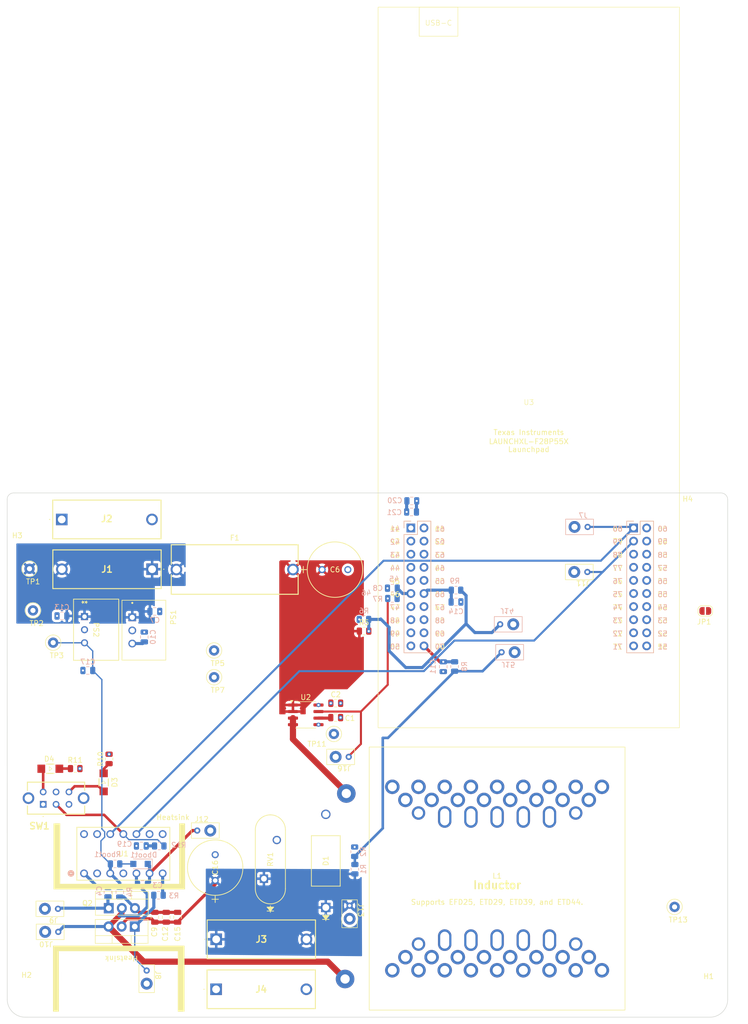
<source format=kicad_pcb>
(kicad_pcb (version 20241229) (generator "pcbnew") (generator_version "9.0")
  (layers (0 "F.Cu" signal) (4 "In1.Cu" signal) (6 "In2.Cu" signal) (2 "B.Cu" signal) (13 "F.Paste" user) (15 "B.Paste" user) (5 "F.SilkS" user "F.Silkscreen") (7 "B.SilkS" user "B.Silkscreen") (1 "F.Mask" user) (3 "B.Mask" user) (25 "Edge.Cuts" user))
  (net 0 "")
  (net 1 "+3.3V")
  (net 2 "GND")
  (net 3 "Net-(Dboot1-A)")
  (net 4 "Net-(J6-Pin_1)")
  (net 5 "Net-(U1-HO)")
  (net 6 "Net-(U1-LO)")
  (net 7 "+24V")
  (net 8 "/ADCINA9")
  (net 9 "/ADCINA0")
  (net 10 "/ADCINA4")
  (net 11 "+12V")
  (net 12 "Vout")
  (net 13 "Net-(D3-A)")
  (net 14 "Net-(D3-K)")
  (net 15 "Net-(D4-A)")
  (net 16 "Net-(D4-K)")
  (net 17 "Vsw")
  (net 18 "C2000 D ")
  (net 19 "D'")
  (net 20 "D")
  (net 21 "C2000 D'")
  (net 22 "Vboot")
  (net 23 "Vin_sens")
  (net 24 "Vout_sens")
  (net 25 "I_L")
  (net 26 "Net-(JP1-A)")
  (net 27 "SD")
  (net 76 "Vin")
  (net 80 "Net-(U2-FILTER)")
  (footprint "TestPoint:TestPoint_Loop_D1.80mm_Drill1.0mm_Beaded" (layer "F.Cu") (at 58.87 75.06)
    (property "Reference" "TP7")
    (property "Value" "TestPoint")
  )
  (footprint "Capacitor_SMD:C_0805_2012Metric" (layer "F.Cu") (at 82.45 80.1)
    (property "Reference" "C2")
    (property "Value" "0.1μF")
  )
  (footprint "ECE462L:Inductor_wire_conn" (layer "F.Cu") (at 84.26 133.56)
    (property "Reference" "J5" (hide yes))
    (property "Value" "Conn_01x01" (hide yes))
  )
  (footprint "ECE462L:Inductor" (layer "F.Cu") (at 113.74 114.085)
    (property "Reference" "L1")
    (property "Value" "L")
  )
  (footprint "Capacitor_SMD:C_0805_2012Metric" (layer "F.Cu") (at 47.38 121.58675 90)
    (property "Reference" "C9")
    (property "Value" "0.01μF")
  )
  (footprint "ECE462L:1-2199298-3" (layer "F.Cu") (at 33.6474 113.08685)
    (property "Reference" "U1")
    (property "Value" "IR2010")
  )
  (footprint "ECE462L:TP" (layer "F.Cu") (at 45.79 133.19 -90)
    (property "Reference" "J8")
    (property "Value" "Conn_01x02")
  )
  (footprint "ECE462L:V100ZA15P" (layer "F.Cu") (at 68.524706 114.113756 90)
    (property "Reference" "RV1")
    (property "Value" "Varistor")
  )
  (footprint "ECE462L:LAUNCHXL-F28P55X_BottomHalf" (layer "F.Cu") (at 119.88 25.81)
    (property "Reference" "U3")
    (property "Value" "LAUNCHXL-F28P55X_BottomHalf")
  )
  (footprint "TestPoint:TestPoint_Loop_D1.80mm_Drill1.0mm_Beaded" (layer "F.Cu") (at 58.86 69.87)
    (property "Reference" "TP5")
    (property "Value" "TestPoint")
  )
  (footprint "MountingHole:MountingHole_3.2mm_M3" (layer "F.Cu") (at 22.5 137)
    (property "Reference" "H2")
    (property "Value" "MountingHole")
  )
  (footprint "ECE462L:WL-SMRW_1206_REC" (layer "F.Cu") (at 37.45 95.44 -90)
    (property "Reference" "D3")
    (property "Value" "LED")
  )
  (footprint "ECE462L:696108003002" (layer "F.Cu") (at 62.86 54.18)
    (property "Reference" "F1")
    (property "Value" "Fuse")
  )
  (footprint "ECE462L:TP" (layer "F.Cu") (at 85.14 120.61 -90)
    (property "Reference" "J13")
    (property "Value" "Conn_01x02")
  )
  (footprint "ECE462L:1.5KE75A" (layer "F.Cu") (at 80.524706 119.694956 90)
    (property "Reference" "D1")
    (property "Value" "D_Zener" (hide yes))
  )
  (footprint "Package_TO_SOT_THT:TO-220-3_Vertical" (layer "F.Cu") (at 43.48 123.38675 180)
    (property "Reference" "Q1" (hide yes))
    (property "Value" "NMOS")
  )
  (footprint "ECE462L:973582101" (layer "F.Cu") (at 59.274706 125.863756)
    (property "Reference" "J3")
    (property "Value" "973582101" (hide yes))
  )
  (footprint "ECE462L:973582100" (layer "F.Cu") (at 59.25 135.55)
    (property "Reference" "J4")
    (property "Value" "973582100" (hide yes))
  )
  (footprint "ECE462L:973582101" (layer "F.Cu") (at 46.85 54.125 180)
    (property "Reference" "J1")
    (property "Value" "973582101" (hide yes))
  )
  (footprint "ECE462L:TP" (layer "F.Cu") (at 129.97 54.66 180)
    (property "Reference" "J11")
    (property "Value" "Conn_01x02")
  )
  (footprint "Jumper:SolderJumper-2_P1.3mm_Open_RoundedPad1.0x1.5mm" (layer "F.Cu") (at 154.11 62.21 180)
    (property "Reference" "JP1")
    (property "Value" "SolderJumper_2_Open")
  )
  (footprint "Package_TO_SOT_THT:TO-220-3_Vertical" (layer "F.Cu") (at 38.44 119.83175)
    (property "Reference" "Q2")
    (property "Value" "NMOS")
  )
  (footprint "Resistor_SMD:R_0805_2012Metric" (layer "F.Cu") (at 38.5 90.9 90)
    (property "Reference" "R10")
    (property "Value" "1k")
  )
  (footprint "MountingHole:MountingHole_3.2mm_M3" (layer "F.Cu") (at 154.75 43.25)
    (property "Reference" "H4")
    (property "Value" "MountingHole")
  )
  (footprint "Resistor_SMD:R_0805_2012Metric" (layer "F.Cu") (at 87.94 66.12)
    (property "Reference" "R5")
    (property "Value" "22k")
  )
  (footprint "TestPoint:TestPoint_Loop_D1.80mm_Drill1.0mm_Beaded" (layer "F.Cu") (at 23.74 62.11)
    (property "Reference" "TP2")
    (property "Value" "TestPoint")
  )
  (footprint "ECE462L:WL-SMRW_1206_REC" (layer "F.Cu") (at 27.11 92.8 180)
    (property "Reference" "D4")
    (property "Value" "LED")
  )
  (footprint "ECE462L:Inductor_wire_conn" (layer "F.Cu") (at 84.5 97.6)
    (property "Reference" "J6" (hide yes))
    (property "Value" "Conn_01x01" (hide yes))
  )
  (footprint "MountingHole:MountingHole_3.2mm_M3" (layer "F.Cu") (at 154.75 137.25)
    (property "Reference" "H1")
    (property "Value" "MountingHole")
  )
  (footprint "ECE462L:TP" (layer "F.Cu") (at 83.7 90.5 180)
    (property "Reference" "J16")
    (property "Value" "Conn_01x02")
  )
  (footprint "ECE462L:TP" (layer "F.Cu") (at 27.38 124.42 180)
    (property "Reference" "J10")
    (property "Value" "Conn_01x02")
  )
  (footprint "MountingHole:MountingHole_3.2mm_M3" (layer "F.Cu") (at 22.5 43.25)
    (property "Reference" "H3")
    (property "Value" "MountingHole")
  )
  (footprint "Resistor_SMD:R_0805_2012Metric" (layer "F.Cu") (at 31.93 92.77)
    (property "Reference" "R11")
    (property "Value" "1k")
  )
  (footprint "ECE462L:R-78E3.3-1.0" (layer "F.Cu") (at 45.25 65.99 -90)
    (property "Reference" "PS1")
    (property "Value" "R-78E3.3-1.0")
  )
  (footprint "Capacitor_SMD:C_0805_2012Metric" (layer "F.Cu") (at 49.58 121.58675 90)
    (property "Reference" "C12")
    (property "Value" "0.1μF")
  )
  (footprint "TestPoint:TestPoint_Loop_D1.80mm_Drill1.0mm_Beaded" (layer "F.Cu") (at 148.15 119.58)
    (property "Reference" "TP13")
    (property "Value" "TestPoint")
  )
  (footprint "TestPoint:TestPoint_Loop_D1.80mm_Drill1.0mm_Beaded" (layer "F.Cu") (at 27.66 68.36)
    (property "Reference" "TP3")
    (property "Value" "TestPoint")
  )
  (footprint "ECE462L:TP" (layer "F.Cu") (at 56.86 104.78)
    (property "Reference" "J12")
    (property "Value" "Conn_01x02")
  )
  (footprint "ECE462L:TP" (layer "F.Cu") (at 27.33 119.95 180)
    (property "Reference" "J9")
    (property "Value" "Conn_01x02")
  )
  (footprint "Package_SO:SOIC-8_3.9x4.9mm_P1.27mm" (layer "F.Cu") (at 76.63 82.35)
    (property "Reference" "U2")
    (property "Value" "CT416-HSN820DR")
  )
  (footprint "ECE462L:16PX2200MEFC10X20" (layer "F.Cu") (at 59.074706 114.463756 90)
    (property "Reference" "C16")
    (property "Value" "100uF")
  )
  (footprint "ECE462L:HSS-B20-NPS-01" (layer "F.Cu") (at 40.38 133.48675 180)
    (property "Reference" "HS1" (hide yes))
    (property "Value" "Heatsink")
  )
  (footprint "ECE462L:HSS-B20-NPS-01" (layer "F.Cu") (at 40.48 109.78675)
    (property "Reference" "HS2" (hide yes))
    (property "Value" "Heatsink")
  )
  (footprint "ECE462L:R-78E-0.5_RCP" (layer "F.Cu") (at 33.740068 63.31 -90)
    (property "Reference" "PS2")
    (property "Value" "R-78E12-0.5")
  )
  (footprint "TestPoint:TestPoint_Loop_D1.80mm_Drill1.0mm_Beaded" (layer "F.Cu") (at 23.07 54.03)
    (property "Reference" "TP1")
    (property "Value" "TestPoint")
  )
  (footprint "TestPoint:TestPoint_Loop_D1.80mm_Drill1.0mm_Beaded" (layer "F.Cu") (at 82.09 86.05)
    (property "Reference" "TP11")
    (property "Value" "TestPoint")
  )
  (footprint "Capacitor_SMD:C_0805_2012Metric" (layer "F.Cu") (at 82.44 82.88)
    (property "Reference" "C1")
    (property "Value" "100 pF")
  )
  (footprint "ECE462L:973582100" (layer "F.Cu") (at 29.325 44.475)
    (property "Reference" "J2")
    (property "Value" "973582100" (hide yes))
  )
  (footprint "ECE462L:SLW1116297AD" (layer "F.Cu") (at 25.72 99.7)
    (property "Reference" "SW1")
    (property "Value" "SW_Push_DPDT" (hide yes))
  )
  (footprint "ECE462L:16PX2200MEFC10X20" (layer "F.Cu") (at 79.8 54.2)
    (property "Reference" "C6")
    (property "Value" "100uF")
  )
  (footprint "Capacitor_SMD:C_0805_2012Metric" (layer "F.Cu") (at 51.78 121.58675 90)
    (property "Reference" "C15")
    (property "Value" "1μF")
  )
  (footprint "ECE462L:TP" (layer "B.Cu") (at 115.87 70.21)
    (property "Reference" "J15")
    (property "Value" "Conn_01x02")
  )
  (footprint "Resistor_SMD:R_0805_2012Metric" (layer "B.Cu") (at 87.92 63.85 180)
    (property "Reference" "R6")
    (property "Value" "3.3k")
  )
  (footprint "Resistor_SMD:R_0805_2012Metric" (layer "B.Cu") (at 39.6625 111.25 180)
    (property "Reference" "Rboot1")
    (property "Value" "2 Ohm")
  )
  (footprint "Resistor_SMD:R_0805_2012Metric" (layer "B.Cu") (at 38.28 116.72 -90)
    (property "Reference" "R4")
    (property "Value" "R_Small")
  )
  (footprint "ECE462L:TP" (layer "B.Cu") (at 130.02 45.92 180)
    (property "Reference" "J7")
    (property "Value" "Conn_01x02")
  )
  (footprint "Resistor_SMD:R_0805_2012Metric" (layer "B.Cu") (at 105.5 72.98 -90)
    (property "Reference" "R8")
    (property "Value" "100")
  )
  (footprint "Capacitor_SMD:C_0805_2012Metric" (layer "B.Cu") (at 45.33 67.26 90)
    (property "Reference" "C10")
    (property "Value" "10uF")
  )
  (footprint "Diode_SMD:Nexperia_CFP3_SOD-123W" (layer "B.Cu") (at 44.6 111.25 180)
    (property "Reference" "Dboot1")
    (property "Value" "PMEG10020ELR")
  )
  (footprint "Resistor_SMD:R_0805_2012Metric" (layer "B.Cu") (at 93.4425 59.79 180)
    (property "Reference" "R7")
    (property "Value" "100")
  )
  (footprint "Capacitor_SMD:C_0805_2012Metric" (layer "B.Cu") (at 105.77 60.47)
    (property "Reference" "C14")
    (property "Value" "1n")
  )
  (footprint "Capacitor_SMD:C_0805_2012Metric" (layer "B.Cu") (at 47.37 62.31)
    (property "Reference" "C7")
    (property "Value" "10uF")
  )
  (footprint "Capacitor_SMD:C_0805_2012Metric" (layer "B.Cu") (at 93.43 57.8 180)
    (property "Reference" "C8")
    (property "Value" "1n")
  )
  (footprint "Capacitor_SMD:C_0805_2012Metric" (layer "B.Cu") (at 29.36 63.18 180)
    (property "Reference" "C13")
    (property "Value" "10uF")
  )
  (footprint "Capacitor_SMD:C_0805_2012Metric" (layer "B.Cu") (at 97.2 40.88)
    (property "Reference" "C20")
    (property "Value" "0.1μF")
  )
  (footprint "Capacitor_SMD:C_0805_2012Metric" (layer "B.Cu") (at 103.3 73.02 -90)
    (property "Reference" "C11")
    (property "Value" "1n")
  )
  (footprint "ECE462L:TP" (layer "B.Cu") (at 115.6 64.8)
    (property "Reference" "J14")
    (property "Value" "Conn_01x02")
  )
  (footprint "Capacitor_SMD:C_0805_2012Metric" (layer "B.Cu") (at 40.58 116.72 -90)
    (property "Reference" "C4")
    (property "Value" "0.1μF")
  )
  (footprint "Resistor_SMD:R_0805_2012Metric" (layer "B.Cu") (at 48.2275 107.77 180)
    (property "Reference" "R12")
    (property "Value" "1k")
  )
  (footprint "Capacitor_SMD:C_0805_2012Metric" (layer "B.Cu") (at 44.98 115.22 180)
    (property "Reference" "C3")
    (property "Value" "C")
  )
  (footprint "Capacitor_SMD:C_0805_2012Metric" (layer "B.Cu") (at 34.38 73.75 180)
    (property "Reference" "C17")
    (property "Value" "10uF")
  )
  (footprint "Resistor_SMD:R_0805_2012Metric" (layer "B.Cu") (at 48.08 117.32 180)
    (property "Reference" "R3")
    (property "Value" "R_Small")
  )
  (footprint "Capacitor_SMD:C_0805_2012Metric" (layer "B.Cu") (at 97.15 43.02)
    (property "Reference" "C21")
    (property "Value" "1μF")
  )
  (footprint "Resistor_SMD:R_0805_2012Metric" (layer "B.Cu") (at 105.77 58.18)
    (property "Reference" "R9")
    (property "Value" "100")
  )
  (footprint "Resistor_SMD:R_0805_2012Metric" (layer "B.Cu") (at 86.12 108.8825 90)
    (property "Reference" "R2")
    (property "Value" "3.3k")
  )
  (footprint "Capacitor_SMD:C_0805_2012Metric" (layer "B.Cu") (at 44.75 107.76 180)
    (property "Reference" "C19")
    (property "Value" "1μF")
  )
  (footprint "Resistor_SMD:R_0805_2012Metric" (layer "B.Cu") (at 86.16 112.276256 90)
    (property "Reference" "R1")
    (property "Value" "47k")
  )
  (gr_line (start 158.45 137.510482) (end 158.45 40.64) (stroke (width 0.1)) (layer "Edge.Cuts"))
  (gr_line (start 22.351483 140.958667) (end 155 140.960482) (stroke (width 0.1)) (layer "Edge.Cuts"))
  (gr_line (start 20.05 39.34) (end 157.15 39.34) (stroke (width 0.1)) (layer "Edge.Cuts"))
  (gr_arc (start 18.741756 40.61908) (mid 19.114419 39.691663) (end 20.05 39.34) (stroke (width 0.1)) (layer "Edge.Cuts"))
  (gr_line (start 18.75 137.510482) (end 18.741756 40.619068) (stroke (width 0.1)) (layer "Edge.Cuts"))
  (gr_arc (start 157.15 39.34) (mid 158.069239 39.720761) (end 158.45 40.64) (stroke (width 0.1)) (layer "Edge.Cuts"))
  (gr_arc (start 158.45 137.510482) (mid 157.439518 139.95) (end 155 140.960482) (stroke (width 0.1)) (layer "Edge.Cuts"))
  (gr_arc (start 22.351483 140.958667) (mid 19.826716 139.990789) (end 18.75 137.510482) (stroke (width 0.1)) (layer "Edge.Cuts"))
  (via (at 96.2 43.02) (size 0.8) (drill 0.4) (layers "F.Cu" "B.Cu") (net 1))
  (via (at 81.5 80.1) (size 0.8) (drill 0.4) (layers "F.Cu" "B.Cu") (net 1))
  (via (at 45.7 107.76) (size 0.8) (drill 0.4) (layers "F.Cu" "B.Cu") (net 1))
  (via (at 79.105 80.445) (size 0.8) (drill 0.4) (layers "F.Cu" "B.Cu") (net 1))
  (segment (start 96.2 43.02) (end 96.2 40.93) (width 0.6) (layer "B.Cu") (net 1))
  (segment (start 47.305 107.76) (end 47.315 107.77) (width 0.6) (layer "B.Cu") (net 1))
  (segment (start 45.7 107.76) (end 47.305 107.76) (width 0.6) (layer "B.Cu") (net 1))
  (segment (start 96.2 40.93) (end 96.25 40.88) (width 0.6) (layer "B.Cu") (net 1))
  (segment (start 43 68.53) (end 45.01 68.53) (width 0.6) (layer "B.Cu") (net 1))
  (segment (start 45.01 68.53) (end 45.33 68.21) (width 0.6) (layer "B.Cu") (net 1))
  (segment (start 51.63 120.63675) (end 47.38 120.63675) (width 0.6) (layer "F.Cu") (net 2))
  (segment (start 47.38 120.63675) (end 44.325 120.63675) (width 0.6) (layer "F.Cu") (net 2))
  (segment (start 44.325 120.63675) (end 43.52 119.83175) (width 0.6) (layer "F.Cu") (net 2))
  (via (at 106.72 60.47) (size 0.8) (drill 0.4) (layers "F.Cu" "B.Cu") (net 2))
  (via (at 33.43 73.75) (size 0.8) (drill 0.4) (layers "F.Cu" "B.Cu") (net 2))
  (via (at 48.32 62.31) (size 0.8) (drill 0.4) (layers "F.Cu" "B.Cu") (net 2))
  (via (at 86.12 107.97) (size 0.8) (drill 0.4) (layers "F.Cu" "B.Cu") (net 2))
  (via (at 83.4 80.1) (size 0.8) (drill 0.4) (layers "F.Cu" "B.Cu") (net 2))
  (via (at 43.8 107.76) (size 0.8) (drill 0.4) (layers "F.Cu" "B.Cu") (net 2))
  (via (at 83.39 82.88) (size 0.8) (drill 0.4) (layers "F.Cu" "B.Cu") (net 2))
  (via (at 32.8425 92.77) (size 0.8) (drill 0.4) (layers "F.Cu" "B.Cu") (net 2))
  (via (at 45.33 66.31) (size 0.8) (drill 0.4) (layers "F.Cu" "B.Cu") (net 2))
  (via (at 79.105 84.255) (size 0.8) (drill 0.4) (layers "F.Cu" "B.Cu") (net 2))
  (via (at 98.15 40.88) (size 0.8) (drill 0.4) (layers "F.Cu" "B.Cu") (net 2))
  (via (at 87.0075 63.85) (size 0.8) (drill 0.4) (layers "F.Cu" "B.Cu") (net 2))
  (via (at 38.5 89.9875) (size 0.8) (drill 0.4) (layers "F.Cu" "B.Cu") (net 2))
  (via (at 103.3 73.97) (size 0.8) (drill 0.4) (layers "F.Cu" "B.Cu") (net 2))
  (via (at 28.41 63.18) (size 0.8) (drill 0.4) (layers "F.Cu" "B.Cu") (net 2))
  (via (at 92.48 57.8) (size 0.8) (drill 0.4) (layers "F.Cu" "B.Cu") (net 2))
  (segment (start 43.52 119.83175) (end 41.35825 117.67) (width 0.6) (layer "B.Cu") (net 2))
  (segment (start 41.35825 117.67) (end 40.58 117.67) (width 0.6) (layer "B.Cu") (net 2))
  (segment (start 98.1 43.02) (end 98.1 40.93) (width 0.6) (layer "B.Cu") (net 2))
  (segment (start 98.1 40.93) (end 98.15 40.88) (width 0.6) (layer "B.Cu") (net 2))
  (segment (start 43.2 111.25) (end 40.575 111.25) (width 0.25) (layer "B.Cu") (net 3))
  (segment (start 74.155 87.055) (end 74.155 84.255) (width 1.2) (layer "F.Cu") (net 4))
  (segment (start 84.5 97.6) (end 84.5 97.4) (width 1.2) (layer "F.Cu") (net 4))
  (segment (start 84.5 97.4) (end 74.155 87.055) (width 1.2) (layer "F.Cu") (net 4))
  (segment (start 74.155 82.985) (end 74.155 84.255) (width 1.2) (layer "F.Cu") (net 4))
  (segment (start 48.8874 113.08685) (end 48.8874 117.28165) (width 0.6) (layer "B.Cu") (net 5))
  (segment (start 48.8874 117.28165) (end 48.92575 117.32) (width 0.6) (layer "B.Cu") (net 5))
  (segment (start 48.92575 117.32) (end 48.9925 117.32) (width 0.6) (layer "B.Cu") (net 5))
  (segment (start 33.6474 113.08685) (end 33.6474 113.1874) (width 0.6) (layer "B.Cu") (net 6))
  (segment (start 36.36805 115.8075) (end 38.28 115.8075) (width 0.6) (layer "B.Cu") (net 6))
  (segment (start 33.6474 113.08685) (end 36.36805 115.8075) (width 0.6) (layer "B.Cu") (net 6))
  (segment (start 95.41 58.83) (end 94.38 57.8) (width 0.6) (layer "B.Cu") (net 8))
  (segment (start 94.38 57.8) (end 94.38 59.765) (width 0.6) (layer "B.Cu") (net 8))
  (segment (start 97.02 58.83) (end 95.41 58.83) (width 0.6) (layer "B.Cu") (net 8))
  (segment (start 94.38 59.765) (end 94.355 59.79) (width 0.6) (layer "B.Cu") (net 8))
  (segment (start 102.64 72.07) (end 99.56 68.99) (width 0.6) (layer "F.Cu") (net 9))
  (segment (start 103.3 72.07) (end 102.64 72.07) (width 0.6) (layer "F.Cu") (net 9))
  (via (at 103.3 72.07) (size 0.8) (drill 0.4) (layers "F.Cu" "B.Cu") (net 9))
  (segment (start 105.5 72.0675) (end 103.3025 72.0675) (width 0.6) (layer "B.Cu") (net 9))
  (segment (start 103.3025 72.0675) (end 103.3 72.07) (width 0.6) (layer "B.Cu") (net 9))
  (segment (start 100.21 58.18) (end 99.56 58.83) (width 0.6) (layer "B.Cu") (net 10))
  (segment (start 104.8575 58.18) (end 100.21 58.18) (width 0.6) (layer "B.Cu") (net 10))
  (segment (start 104.8575 60.4325) (end 104.82 60.47) (width 0.6) (layer "B.Cu") (net 10))
  (segment (start 104.8575 58.18) (end 104.8575 60.4325) (width 0.6) (layer "B.Cu") (net 10))
  (segment (start 35.33 69.979932) (end 33.740068 68.39) (width 0.25) (layer "B.Cu") (net 11))
  (segment (start 37.101 104.473098) (end 37.647401 105.019499) (width 0.25) (layer "B.Cu") (net 11))
  (segment (start 37.647401 105.019499) (end 37.647401 106.056085) (width 0.25) (layer "B.Cu") (net 11))
  (segment (start 35.33 73.75) (end 37.101 75.521) (width 0.25) (layer "B.Cu") (net 11))
  (segment (start 40.58 114.93945) (end 38.7274 113.08685) (width 0.6) (layer "B.Cu") (net 11))
  (segment (start 38.53 112.88945) (end 38.7274 113.08685) (width 0.6) (layer "B.Cu") (net 11))
  (segment (start 38.54685 113.08685) (end 38.7274 113.08685) (width 0.6) (layer "B.Cu") (net 11))
  (segment (start 37.647401 106.056085) (end 36.924 106.779486) (width 0.25) (layer "B.Cu") (net 11))
  (segment (start 37.101 75.521) (end 37.101 104.473098) (width 0.25) (layer "B.Cu") (net 11))
  (segment (start 40.58 115.77) (end 40.58 114.93945) (width 0.6) (layer "B.Cu") (net 11))
  (segment (start 38.75 111.25) (end 38.75 113.06425) (width 0.6) (layer "B.Cu") (net 11))
  (segment (start 38.75 113.06425) (end 38.7274 113.08685) (width 0.6) (layer "B.Cu") (net 11))
  (segment (start 35.33 73.75) (end 35.33 69.979932) (width 0.25) (layer "B.Cu") (net 11))
  (segment (start 27.69 68.39) (end 27.66 68.36) (width 0.25) (layer "B.Cu") (net 11))
  (segment (start 33.740068 68.39) (end 27.69 68.39) (width 0.25) (layer "B.Cu") (net 11))
  (segment (start 36.924 106.779486) (end 36.924 109.424) (width 0.25) (layer "B.Cu") (net 11))
  (segment (start 36.924 109.424) (end 38.75 111.25) (width 0.25) (layer "B.Cu") (net 11))
  (segment (start 46.729 121.88575) (end 42.0265 121.88575) (width 0.6) (layer "F.Cu") (net 12))
  (segment (start 47.38 122.53675) (end 46.729 121.88575) (width 0.6) (layer "F.Cu") (net 12))
  (segment (start 42.0265 121.88575) (end 40.94 122.97225) (width 0.6) (layer "F.Cu") (net 12))
  (segment (start 51.78 122.53675) (end 59.074706 115.242044) (width 0.6) (layer "F.Cu") (net 12))
  (segment (start 40.94 122.97225) (end 40.94 123.38675) (width 0.6) (layer "F.Cu") (net 12))
  (segment (start 51.63 122.53675) (end 49.58 122.53675) (width 0.6) (layer "F.Cu") (net 12))
  (segment (start 49.58 122.53675) (end 47.38 122.53675) (width 0.6) (layer "F.Cu") (net 12))
  (segment (start 59.074706 115.242044) (end 59.074706 114.463756) (width 0.6) (layer "F.Cu") (net 12))
  (segment (start 40.94 123.44675) (end 40.98 123.48675) (width 0.6) (layer "B.Cu") (net 12))
  (segment (start 40.94 123.38675) (end 40.94 123.44675) (width 0.6) (layer "B.Cu") (net 12))
  (segment (start 31.821 96.199) (end 30.72 97.3) (width 0.5) (layer "F.Cu") (net 13))
  (segment (start 36.459 96.199) (end 31.821 96.199) (width 0.5) (layer "F.Cu") (net 13))
  (segment (start 37.45 97.19) (end 36.459 96.199) (width 0.5) (layer "F.Cu") (net 13))
  (segment (start 37.53 93.61) (end 37.53 92.7825) (width 0.5) (layer "F.Cu") (net 14))
  (segment (start 37.45 93.69) (end 37.53 93.61) (width 0.5) (layer "F.Cu") (net 14))
  (segment (start 37.53 92.7825) (end 38.5 91.8125) (width 0.5) (layer "F.Cu") (net 14))
  (segment (start 25.72 93.16) (end 25.36 92.8) (width 0.5) (layer "F.Cu") (net 15))
  (segment (start 25.72 97.3) (end 25.72 93.16) (width 0.5) (layer "F.Cu") (net 15))
  (segment (start 28.86 92.8) (end 28.89 92.77) (width 0.5) (layer "F.Cu") (net 16))
  (segment (start 28.89 92.77) (end 31.0175 92.77) (width 0.5) (layer "F.Cu") (net 16))
  (segment (start 40.98 120.80675) (end 38.4 123.38675) (width 1) (layer "F.Cu") (net 17))
  (segment (start 45.21325 130.2) (end 80.9 130.2) (width 1.2) (layer "F.Cu") (net 17))
  (segment (start 80.9 130.2) (end 84.26 133.56) (width 1.2) (layer "F.Cu") (net 17))
  (segment (start 38.4 123.38675) (end 45.21325 130.2) (width 1.2) (layer "F.Cu") (net 17))
  (segment (start 40.98 119.83175) (end 40.98 120.80675) (width 1) (layer "F.Cu") (net 17))
  (segment (start 40.98 119.83175) (end 40.98 120.80675) (width 0.6) (layer "B.Cu") (net 17))
  (segment (start 45.88 117.07) (end 44.03 115.22) (width 0.6) (layer "B.Cu") (net 17))
  (segment (start 40.98 120.80675) (end 40.473375 121.313375) (width 0.6) (layer "B.Cu") (net 17))
  (segment (start 38.3526 123.43415) (end 38.4 123.38675) (width 0.6) (layer "B.Cu") (net 17))
  (segment (start 44.16725 121.33275) (end 45.88 119.62) (width 0.6) (layer "B.Cu") (net 17))
  (segment (start 40.473375 121.313375) (end 40.49275 121.33275) (width 0.6) (layer "B.Cu") (net 17))
  (segment (start 43.8074 114.9974) (end 43.8074 113.08685) (width 0.6) (layer "B.Cu") (net 17))
  (segment (start 38.4 123.38675) (end 29.68325 123.38675) (width 0.6) (layer "B.Cu") (net 17))
  (segment (start 40.49275 121.33275) (end 44.16725 121.33275) (width 0.6) (layer "B.Cu") (net 17))
  (segment (start 44.03 115.22) (end 43.8074 114.9974) (width 0.6) (layer "B.Cu") (net 17))
  (segment (start 45.88 119.62) (end 45.88 117.07) (width 0.6) (layer "B.Cu") (net 17))
  (segment (start 29.68325 123.38675) (end 28.65 124.42) (width 0.6) (layer "B.Cu") (net 17))
  (segment (start 139.99 45.92) (end 140.2 46.13) (width 0.4) (layer "B.Cu") (net 18))
  (segment (start 133.86 52.47) (end 140.2 46.13) (width 0.4) (layer "B.Cu") (net 18))
  (segment (start 91.72425 52.47) (end 133.86 52.47) (width 0.4) (layer "B.Cu") (net 18))
  (segment (start 38.7274 105.46685) (end 91.72425 52.47) (width 0.4) (layer "B.Cu") (net 18))
  (segment (start 131.29 45.92) (end 139.99 45.92) (width 0.4) (layer "B.Cu") (net 18))
  (segment (start 47.18 117.22) (end 47.18 119.68675) (width 0.6) (layer "B.Cu") (net 19))
  (segment (start 47.18 119.68675) (end 43.48 123.38675) (width 0.6) (layer "B.Cu") (net 19))
  (segment (start 43.48 129.61) (end 45.79 131.92) (width 0.25) (layer "B.Cu") (net 19))
  (segment (start 47.1675 117.32) (end 47.1675 117.2325) (width 0.6) (layer "B.Cu") (net 19))
  (segment (start 43.48 123.38675) (end 43.48 129.61) (width 0.25) (layer "B.Cu") (net 19))
  (segment (start 47.1675 117.2325) (end 47.18 117.22) (width 0.6) (layer "B.Cu") (net 19))
  (segment (start 38.28 119.67175) (end 38.44 119.83175) (width 0.6) (layer "B.Cu") (net 20))
  (segment (start 38.28 117.6325) (end 38.28 119.67175) (width 0.6) (layer "B.Cu") (net 20))
  (segment (start 38.44 119.83175) (end 28.71825 119.83175) (width 0.6) (layer "B.Cu") (net 20))
  (segment (start 28.71825 119.83175) (end 28.6 119.95) (width 0.6) (layer "B.Cu") (net 20))
  (segment (start 43.8074 105.46685) (end 75.39325 73.881) (width 0.4) (layer "B.Cu") (net 21))
  (segment (start 120.919 67.951) (end 134.575 54.295) (width 0.4) (layer "B.Cu") (net 21))
  (segment (start 99.530364 73.881) (end 105.460364 67.951) (width 0.4) (layer "B.Cu") (net 21))
  (segment (start 75.39325 73.881) (end 99.530364 73.881) (width 0.4) (layer "B.Cu") (net 21))
  (segment (start 105.460364 67.951) (end 120.919 67.951) (width 0.4) (layer "B.Cu") (net 21))
  (segment (start 134.21 54.66) (end 134.575 54.295) (width 0.4) (layer "B.Cu") (net 21))
  (segment (start 131.24 54.66) (end 134.21 54.66) (width 0.4) (layer "B.Cu") (net 21))
  (segment (start 134.575 54.295) (end 140.2 48.67) (width 0.4) (layer "B.Cu") (net 21))
  (segment (start 46.3474 113.08685) (end 54.65425 104.78) (width 0.6) (layer "F.Cu") (net 22))
  (segment (start 54.65425 104.78) (end 55.59 104.78) (width 0.6) (layer "F.Cu") (net 22))
  (segment (start 46.3474 113.08685) (end 46.3474 111.5974) (width 0.6) (layer "B.Cu") (net 22))
  (segment (start 46.3474 111.5974) (end 46 111.25) (width 0.6) (layer "B.Cu") (net 22))
  (segment (start 45.93 115.22) (end 46.3474 114.8026) (width 0.6) (layer "B.Cu") (net 22))
  (segment (start 46.3474 114.8026) (end 46.3474 113.08685) (width 0.6) (layer "B.Cu") (net 22))
  (via (at 88.8525 66.12) (size 0.8) (drill 0.4) (layers "F.Cu" "B.Cu") (net 23))
  (segment (start 91.11 63.85) (end 88.8325 63.85) (width 0.6) (layer "B.Cu") (net 23))
  (segment (start 107.721 59.2185) (end 107.721 64.699) (width 0.6) (layer "B.Cu") (net 23))
  (segment (start 92.8 69.96) (end 92.8 65.4) (width 0.6) (layer "B.Cu") (net 23))
  (segment (start 99.24 73.18) (end 96.02 73.18) (width 0.6) (layer "B.Cu") (net 23))
  (segment (start 88.8525 63.87) (end 88.8325 63.85) (width 0.25) (layer "B.Cu") (net 23))
  (segment (start 88.8525 66.12) (end 88.8525 63.87) (width 0.6) (layer "B.Cu") (net 23))
  (segment (start 107.721 64.699) (end 99.24 73.18) (width 0.6) (layer "B.Cu") (net 23))
  (segment (start 114.33 64.8) (end 112.73 66.4) (width 0.6) (layer "B.Cu") (net 23))
  (segment (start 106.6825 58.18) (end 107.721 59.2185) (width 0.6) (layer "B.Cu") (net 23))
  (segment (start 91.18 63.78) (end 91.11 63.85) (width 0.6) (layer "B.Cu") (net 23))
  (segment (start 109.422 66.4) (end 107.721 64.699) (width 0.6) (layer "B.Cu") (net 23))
  (segment (start 96.02 73.18) (end 92.8 69.96) (width 0.6) (layer "B.Cu") (net 23))
  (segment (start 112.73 66.4) (end 109.422 66.4) (width 0.6) (layer "B.Cu") (net 23))
  (segment (start 92.8 65.4) (end 91.18 63.78) (width 0.6) (layer "B.Cu") (net 23))
  (segment (start 110.9175 73.8925) (end 114.6 70.21) (width 0.5) (layer "B.Cu") (net 24))
  (segment (start 92.569 86.8235) (end 105.5 73.8925) (width 0.5) (layer "B.Cu") (net 24))
  (segment (start 86.16 109.835) (end 86.12 109.795) (width 0.5) (layer "B.Cu") (net 24))
  (segment (start 91.569 104.346) (end 91.569 86.8235) (width 0.5) (layer "B.Cu") (net 24))
  (segment (start 91.569 86.8235) (end 92.569 86.8235) (width 0.5) (layer "B.Cu") (net 24))
  (segment (start 86.16 111.363756) (end 86.16 109.835) (width 0.5) (layer "B.Cu") (net 24))
  (segment (start 105.5 73.8925) (end 110.9175 73.8925) (width 0.5) (layer "B.Cu") (net 24))
  (segment (start 86.12 109.795) (end 91.569 104.346) (width 0.5) (layer "B.Cu") (net 24))
  (segment (start 92.53 76.52) (end 92.53 59.79) (width 0.4) (layer "F.Cu") (net 25))
  (segment (start 79.105 81.715) (end 87.335 81.715) (width 0.4) (layer "F.Cu") (net 25))
  (segment (start 87.335 87.995) (end 84.97 90.36) (width 0.4) (layer "F.Cu") (net 25))
  (segment (start 87.335 81.715) (end 87.335 87.995) (width 0.4) (layer "F.Cu") (net 25))
  (segment (start 87.335 81.715) (end 92.53 76.52) (width 0.4) (layer "F.Cu") (net 25))
  (segment (start 84.97 90.36) (end 84.97 90.5) (width 0.4) (layer "F.Cu") (net 25))
  (via (at 92.53 59.79) (size 0.8) (drill 0.4) (layers "F.Cu" "B.Cu") (net 25))
  (segment (start 28.22 99.7) (end 30.263576 101.743576) (width 0.5) (layer "F.Cu") (net 27))
  (segment (start 37.544126 101.743576) (end 41.2674 105.46685) (width 0.5) (layer "F.Cu") (net 27))
  (segment (start 30.263576 101.743576) (end 37.544126 101.743576) (width 0.5) (layer "F.Cu") (net 27))
  (segment (start 49.14 107.77) (end 47.916849 106.546849) (width 0.25) (layer "B.Cu") (net 27))
  (segment (start 42.347399 106.546849) (end 41.2674 105.46685) (width 0.25) (layer "B.Cu") (net 27))
  (segment (start 47.916849 106.546849) (end 42.347399 106.546849) (width 0.25) (layer "B.Cu") (net 27))
  (segment (start 81.385 82.985) (end 81.49 82.88) (width 0.6) (layer "F.Cu") (net 80))
  (segment (start 79.105 82.985) (end 81.385 82.985) (width 0.6) (layer "F.Cu") (net 80))
  (zone (net 76) (net_name "Vin") (layer "F.Cu") (priority 3) (connect_pads (clearance 0.5)) (min_thickness 0.25) (fill yes (thermal_gap 0.5) (thermal_bridge_width 0.5))
    (polygon (pts (xy 71.7 52.4) (xy 87.9 52.4) (xy 87.9 74.2) (xy 84.7 77.4) (xy 80.3 77.4) (xy 76.63 81.07) (xy 76.63 82.25) (xy 71.55 82.25) (xy 71.5 82.2) (xy 71.5 52.6)))
  )
  (zone (net 7) (net_name "+24V") (layer "B.Cu") (priority 1) (connect_pads (clearance 0.5)) (min_thickness 0.25) (fill yes (thermal_gap 0.5) (thermal_bridge_width 0.5))
    (polygon (pts (xy 20.52 49.125) (xy 53.35 49.125) (xy 53.35 57.375) (xy 47.37 57.375) (xy 47.37 64.665) (xy 20.52 64.665)))
  )
  (zone (net 12) (net_name "Vout") (layer "B.Cu") (priority 2) (connect_pads (clearance 0.5)) (min_thickness 0.25) (fill yes (thermal_gap 0.5) (thermal_bridge_width 0.5))
    (polygon (pts (xy 57.249706 112.163756) (xy 87.475101 112.274776) (xy 87.550186 129.143981) (xy 57.249706 128.838756)))
  )
)
</source>
